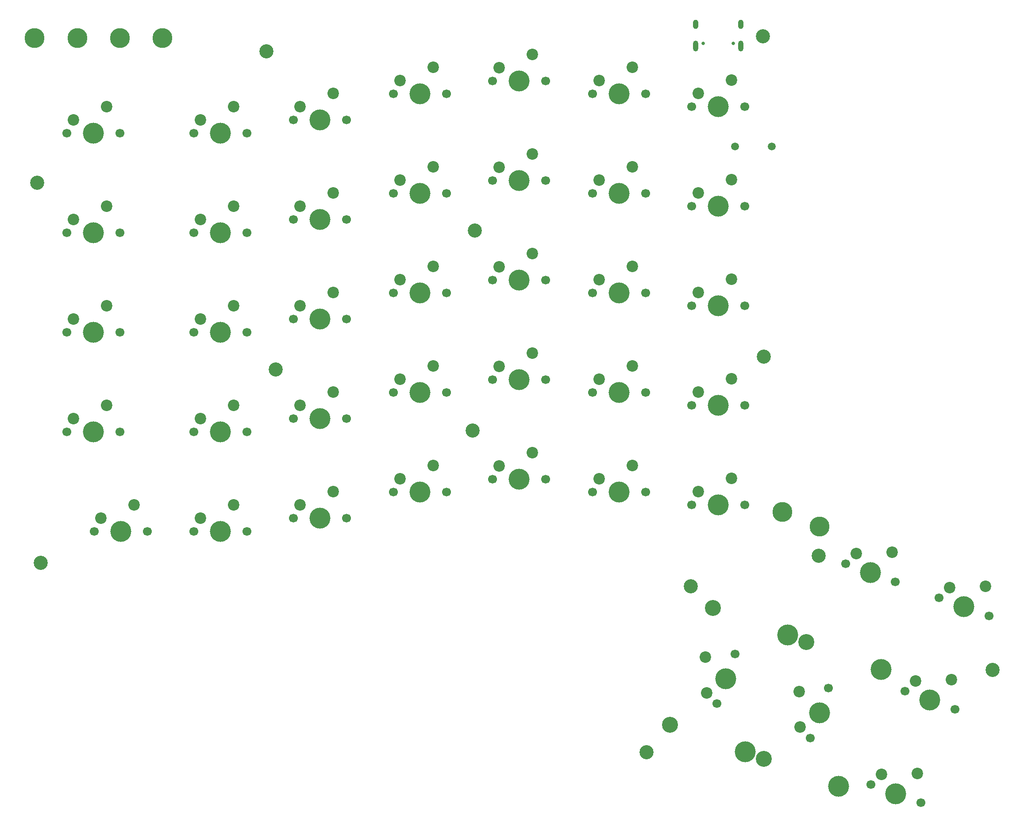
<source format=gts>
G04 #@! TF.GenerationSoftware,KiCad,Pcbnew,7.0.5*
G04 #@! TF.CreationDate,2025-01-08T15:51:09-05:00*
G04 #@! TF.ProjectId,JasonSplitErgoKeyboard_Left,4a61736f-6e53-4706-9c69-744572676f4b,rev?*
G04 #@! TF.SameCoordinates,Original*
G04 #@! TF.FileFunction,Soldermask,Top*
G04 #@! TF.FilePolarity,Negative*
%FSLAX46Y46*%
G04 Gerber Fmt 4.6, Leading zero omitted, Abs format (unit mm)*
G04 Created by KiCad (PCBNEW 7.0.5) date 2025-01-08 15:51:09*
%MOMM*%
%LPD*%
G01*
G04 APERTURE LIST*
%ADD10C,2.700000*%
%ADD11C,1.700000*%
%ADD12C,4.000000*%
%ADD13C,2.200000*%
%ADD14C,3.050000*%
%ADD15C,3.800000*%
%ADD16C,0.650000*%
%ADD17O,1.000000X1.800000*%
%ADD18O,1.000000X2.100000*%
%ADD19C,1.500000*%
G04 APERTURE END LIST*
D10*
X110720000Y-158650000D03*
D11*
X235260000Y-71390000D03*
D12*
X240340000Y-71390000D03*
D11*
X245420000Y-71390000D03*
D13*
X242880000Y-66310000D03*
X236530000Y-68850000D03*
D11*
X178150000Y-145110000D03*
D12*
X183230000Y-145110000D03*
D11*
X188310000Y-145110000D03*
D13*
X185770000Y-140030000D03*
X179420000Y-142570000D03*
D11*
X140030000Y-76410000D03*
D12*
X145110000Y-76410000D03*
D11*
X150190000Y-76410000D03*
D13*
X147650000Y-71330000D03*
X141300000Y-73870000D03*
D11*
X235260000Y-128540000D03*
D12*
X240340000Y-128540000D03*
D11*
X245420000Y-128540000D03*
D13*
X242880000Y-123460000D03*
X236530000Y-126000000D03*
D11*
X140030000Y-152610000D03*
D12*
X145110000Y-152610000D03*
D11*
X150190000Y-152610000D03*
D13*
X147650000Y-147530000D03*
X141300000Y-150070000D03*
D11*
X235260000Y-147590000D03*
D12*
X240340000Y-147590000D03*
D11*
X245420000Y-147590000D03*
D13*
X242880000Y-142510000D03*
X236530000Y-145050000D03*
D11*
X178150000Y-107010000D03*
D12*
X183230000Y-107010000D03*
D11*
X188310000Y-107010000D03*
D13*
X185770000Y-101930000D03*
X179420000Y-104470000D03*
D11*
X276066362Y-183182538D03*
D12*
X280840000Y-184920000D03*
D11*
X285613639Y-186657463D03*
D13*
X284964282Y-181015093D03*
X278128503Y-181230084D03*
D11*
X235260000Y-109490000D03*
D12*
X240340000Y-109490000D03*
D11*
X245420000Y-109490000D03*
D13*
X242880000Y-104410000D03*
X236530000Y-106950000D03*
D11*
X197180000Y-104520000D03*
D12*
X202260000Y-104520000D03*
D11*
X207340000Y-104520000D03*
D13*
X204800000Y-99440000D03*
X198450000Y-101980000D03*
D11*
X197180000Y-85470000D03*
D12*
X202260000Y-85470000D03*
D11*
X207340000Y-85470000D03*
D13*
X204800000Y-80390000D03*
X198450000Y-82930000D03*
D11*
X216250000Y-68910000D03*
D12*
X221330000Y-68910000D03*
D11*
X226410000Y-68910000D03*
D13*
X223870000Y-63830000D03*
X217520000Y-66370000D03*
D11*
X216250000Y-126060000D03*
D12*
X221330000Y-126060000D03*
D11*
X226410000Y-126060000D03*
D13*
X223870000Y-120980000D03*
X217520000Y-123520000D03*
D11*
X140030000Y-133560000D03*
D12*
X145110000Y-133560000D03*
D11*
X150190000Y-133560000D03*
D13*
X147650000Y-128480000D03*
X141300000Y-131020000D03*
D11*
X159090000Y-73900000D03*
D12*
X164170000Y-73900000D03*
D11*
X169250000Y-73900000D03*
D13*
X166710000Y-68820000D03*
X160360000Y-71360000D03*
D11*
X197180000Y-66420000D03*
D12*
X202260000Y-66420000D03*
D11*
X207340000Y-66420000D03*
D13*
X204800000Y-61340000D03*
X198450000Y-63880000D03*
D11*
X159090000Y-112000000D03*
D12*
X164170000Y-112000000D03*
D11*
X169250000Y-112000000D03*
D13*
X166710000Y-106920000D03*
X160360000Y-109460000D03*
D11*
X115700000Y-95490000D03*
D12*
X120780000Y-95490000D03*
D11*
X125860000Y-95490000D03*
D13*
X123320000Y-90410000D03*
X116970000Y-92950000D03*
D11*
X120960000Y-152610000D03*
D12*
X126040000Y-152610000D03*
D11*
X131120000Y-152610000D03*
D13*
X128580000Y-147530000D03*
X122230000Y-150070000D03*
D14*
X231142028Y-189606704D03*
D12*
X245462944Y-194819091D03*
D11*
X240052454Y-185592141D03*
D12*
X241789916Y-180818503D03*
D11*
X243527379Y-176044864D03*
D14*
X239282108Y-167242019D03*
D12*
X253603023Y-172454406D03*
D13*
X237885009Y-176694221D03*
X238100000Y-183530000D03*
D11*
X216250000Y-145110000D03*
D12*
X221330000Y-145110000D03*
D11*
X226410000Y-145110000D03*
D13*
X223870000Y-140030000D03*
X217520000Y-142570000D03*
D11*
X140030000Y-95460000D03*
D12*
X145110000Y-95460000D03*
D11*
X150190000Y-95460000D03*
D13*
X147650000Y-90380000D03*
X141300000Y-92920000D03*
D11*
X115700000Y-114540000D03*
D12*
X120780000Y-114540000D03*
D11*
X125860000Y-114540000D03*
D13*
X123320000Y-109460000D03*
X116970000Y-112000000D03*
D11*
X269546362Y-201092538D03*
D12*
X274320000Y-202830000D03*
D11*
X279093639Y-204567463D03*
D13*
X278444282Y-198925093D03*
X271608503Y-199140084D03*
D11*
X178150000Y-126060000D03*
D12*
X183230000Y-126060000D03*
D11*
X188310000Y-126060000D03*
D13*
X185770000Y-120980000D03*
X179420000Y-123520000D03*
D14*
X249042112Y-196158202D03*
D12*
X263363028Y-201370589D03*
D11*
X257952538Y-192143639D03*
D12*
X259690000Y-187370001D03*
D11*
X261427463Y-182596362D03*
D14*
X257182192Y-173793517D03*
D12*
X271503107Y-179005904D03*
D13*
X255785093Y-183245719D03*
X256000084Y-190081498D03*
D11*
X159090000Y-92950000D03*
D12*
X164170000Y-92950000D03*
D11*
X169250000Y-92950000D03*
D13*
X166710000Y-87870000D03*
X160360000Y-90410000D03*
D11*
X178150000Y-68910000D03*
D12*
X183230000Y-68910000D03*
D11*
X188310000Y-68910000D03*
D13*
X185770000Y-63830000D03*
X179420000Y-66370000D03*
D11*
X216250000Y-87960000D03*
D12*
X221330000Y-87960000D03*
D11*
X226410000Y-87960000D03*
D13*
X223870000Y-82880000D03*
X217520000Y-85420000D03*
D11*
X115700000Y-76440000D03*
D12*
X120780000Y-76440000D03*
D11*
X125860000Y-76440000D03*
D13*
X123320000Y-71360000D03*
X116970000Y-73900000D03*
D11*
X282560000Y-165310000D03*
D12*
X287333638Y-167047462D03*
D11*
X292107277Y-168784925D03*
D13*
X291457920Y-163142555D03*
X284622141Y-163357546D03*
D11*
X197180000Y-123570000D03*
D12*
X202260000Y-123570000D03*
D11*
X207340000Y-123570000D03*
D13*
X204800000Y-118490000D03*
X198450000Y-121030000D03*
D11*
X159090000Y-150100000D03*
D12*
X164170000Y-150100000D03*
D11*
X169250000Y-150100000D03*
D13*
X166710000Y-145020000D03*
X160360000Y-147560000D03*
D11*
X197180000Y-142620000D03*
D12*
X202260000Y-142620000D03*
D11*
X207340000Y-142620000D03*
D13*
X204800000Y-137540000D03*
X198450000Y-140080000D03*
D11*
X159090000Y-131050000D03*
D12*
X164170000Y-131050000D03*
D11*
X169250000Y-131050000D03*
D13*
X166710000Y-125970000D03*
X160360000Y-128510000D03*
D11*
X178150000Y-87960000D03*
D12*
X183230000Y-87960000D03*
D11*
X188310000Y-87960000D03*
D13*
X185770000Y-82880000D03*
X179420000Y-85420000D03*
D11*
X140030000Y-114510000D03*
D12*
X145110000Y-114510000D03*
D11*
X150190000Y-114510000D03*
D13*
X147650000Y-109430000D03*
X141300000Y-111970000D03*
D11*
X115700000Y-133590000D03*
D12*
X120780000Y-133590000D03*
D11*
X125860000Y-133590000D03*
D13*
X123320000Y-128510000D03*
X116970000Y-131050000D03*
D11*
X216250000Y-107010000D03*
D12*
X221330000Y-107010000D03*
D11*
X226410000Y-107010000D03*
D13*
X223870000Y-101930000D03*
X217520000Y-104470000D03*
D11*
X235260000Y-90440000D03*
D12*
X240340000Y-90440000D03*
D11*
X245420000Y-90440000D03*
D13*
X242880000Y-85360000D03*
X236530000Y-87900000D03*
D11*
X264676362Y-158787538D03*
D12*
X269450000Y-160525000D03*
D11*
X274223639Y-162262463D03*
D13*
X273574282Y-156620093D03*
X266738503Y-156835084D03*
D10*
X110020000Y-85950000D03*
X292820000Y-179150000D03*
X155620000Y-121650000D03*
X193720000Y-95050000D03*
X249020000Y-119150000D03*
X259520000Y-157250000D03*
D15*
X252590000Y-148906000D03*
D10*
X193320000Y-133350000D03*
D15*
X125844000Y-58228000D03*
D10*
X153920000Y-60750000D03*
D16*
X237420000Y-59260000D03*
X243200000Y-59260000D03*
D17*
X235990000Y-55580000D03*
D18*
X235990000Y-59780000D03*
D17*
X244630000Y-55580000D03*
D18*
X244630000Y-59780000D03*
D10*
X248920000Y-57850000D03*
D15*
X117716000Y-58228000D03*
X109480000Y-58190000D03*
X259702000Y-151700000D03*
D19*
X250580000Y-78980000D03*
X243580000Y-78980000D03*
D10*
X235120000Y-163150000D03*
X226620000Y-194850000D03*
D15*
X133972000Y-58228000D03*
M02*

</source>
